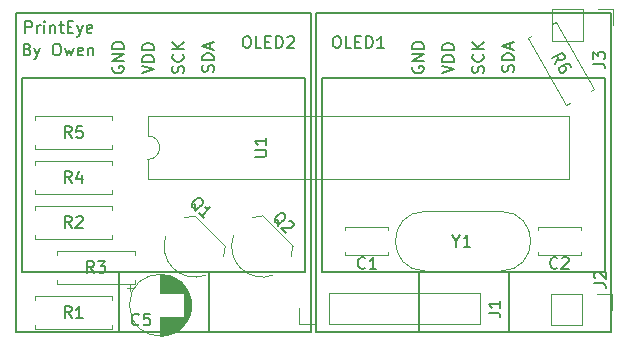
<source format=gbr>
G04 #@! TF.GenerationSoftware,KiCad,Pcbnew,5.1.4-3.fc30*
G04 #@! TF.CreationDate,2019-09-04T23:18:52+02:00*
G04 #@! TF.ProjectId,PrintEye,5072696e-7445-4796-952e-6b696361645f,rev?*
G04 #@! TF.SameCoordinates,PX7274898PY7142240*
G04 #@! TF.FileFunction,Legend,Top*
G04 #@! TF.FilePolarity,Positive*
%FSLAX46Y46*%
G04 Gerber Fmt 4.6, Leading zero omitted, Abs format (unit mm)*
G04 Created by KiCad (PCBNEW 5.1.4-3.fc30) date 2019-09-04 23:18:52*
%MOMM*%
%LPD*%
G04 APERTURE LIST*
%ADD10C,0.150000*%
%ADD11C,0.120000*%
G04 APERTURE END LIST*
D10*
X1825952Y25486429D02*
X1968809Y25438810D01*
X2016428Y25391191D01*
X2064047Y25295953D01*
X2064047Y25153096D01*
X2016428Y25057858D01*
X1968809Y25010239D01*
X1873571Y24962620D01*
X1492619Y24962620D01*
X1492619Y25962620D01*
X1825952Y25962620D01*
X1921190Y25915000D01*
X1968809Y25867381D01*
X2016428Y25772143D01*
X2016428Y25676905D01*
X1968809Y25581667D01*
X1921190Y25534048D01*
X1825952Y25486429D01*
X1492619Y25486429D01*
X2397380Y25629286D02*
X2635476Y24962620D01*
X2873571Y25629286D02*
X2635476Y24962620D01*
X2540238Y24724524D01*
X2492619Y24676905D01*
X2397380Y24629286D01*
X4206904Y25962620D02*
X4397380Y25962620D01*
X4492619Y25915000D01*
X4587857Y25819762D01*
X4635476Y25629286D01*
X4635476Y25295953D01*
X4587857Y25105477D01*
X4492619Y25010239D01*
X4397380Y24962620D01*
X4206904Y24962620D01*
X4111666Y25010239D01*
X4016428Y25105477D01*
X3968809Y25295953D01*
X3968809Y25629286D01*
X4016428Y25819762D01*
X4111666Y25915000D01*
X4206904Y25962620D01*
X4968809Y25629286D02*
X5159285Y24962620D01*
X5349761Y25438810D01*
X5540238Y24962620D01*
X5730714Y25629286D01*
X6492619Y25010239D02*
X6397380Y24962620D01*
X6206904Y24962620D01*
X6111666Y25010239D01*
X6064047Y25105477D01*
X6064047Y25486429D01*
X6111666Y25581667D01*
X6206904Y25629286D01*
X6397380Y25629286D01*
X6492619Y25581667D01*
X6540238Y25486429D01*
X6540238Y25391191D01*
X6064047Y25295953D01*
X6968809Y25629286D02*
X6968809Y24962620D01*
X6968809Y25534048D02*
X7016428Y25581667D01*
X7111666Y25629286D01*
X7254523Y25629286D01*
X7349761Y25581667D01*
X7397380Y25486429D01*
X7397380Y24962620D01*
X1635476Y26867620D02*
X1635476Y27867620D01*
X2016428Y27867620D01*
X2111666Y27820000D01*
X2159285Y27772381D01*
X2206904Y27677143D01*
X2206904Y27534286D01*
X2159285Y27439048D01*
X2111666Y27391429D01*
X2016428Y27343810D01*
X1635476Y27343810D01*
X2635476Y26867620D02*
X2635476Y27534286D01*
X2635476Y27343810D02*
X2683095Y27439048D01*
X2730714Y27486667D01*
X2825952Y27534286D01*
X2921190Y27534286D01*
X3254523Y26867620D02*
X3254523Y27534286D01*
X3254523Y27867620D02*
X3206904Y27820000D01*
X3254523Y27772381D01*
X3302142Y27820000D01*
X3254523Y27867620D01*
X3254523Y27772381D01*
X3730714Y27534286D02*
X3730714Y26867620D01*
X3730714Y27439048D02*
X3778333Y27486667D01*
X3873571Y27534286D01*
X4016428Y27534286D01*
X4111666Y27486667D01*
X4159285Y27391429D01*
X4159285Y26867620D01*
X4492619Y27534286D02*
X4873571Y27534286D01*
X4635476Y27867620D02*
X4635476Y27010477D01*
X4683095Y26915239D01*
X4778333Y26867620D01*
X4873571Y26867620D01*
X5206904Y27391429D02*
X5540238Y27391429D01*
X5683095Y26867620D02*
X5206904Y26867620D01*
X5206904Y27867620D01*
X5683095Y27867620D01*
X6016428Y27534286D02*
X6254523Y26867620D01*
X6492619Y27534286D02*
X6254523Y26867620D01*
X6159285Y26629524D01*
X6111666Y26581905D01*
X6016428Y26534286D01*
X7254523Y26915239D02*
X7159285Y26867620D01*
X6968809Y26867620D01*
X6873571Y26915239D01*
X6825952Y27010477D01*
X6825952Y27391429D01*
X6873571Y27486667D01*
X6968809Y27534286D01*
X7159285Y27534286D01*
X7254523Y27486667D01*
X7302142Y27391429D01*
X7302142Y27296191D01*
X6825952Y27200953D01*
D11*
X24770000Y2220000D02*
X24770000Y3550000D01*
X26100000Y2220000D02*
X24770000Y2220000D01*
X27370000Y2220000D02*
X27370000Y4880000D01*
X27370000Y4880000D02*
X40130000Y4880000D01*
X27370000Y2220000D02*
X40130000Y2220000D01*
X40130000Y2220000D02*
X40130000Y4880000D01*
X51430000Y28880000D02*
X51430000Y27550000D01*
X50100000Y28880000D02*
X51430000Y28880000D01*
X48830000Y28880000D02*
X48830000Y26220000D01*
X48830000Y26220000D02*
X46230000Y26220000D01*
X48830000Y28880000D02*
X46230000Y28880000D01*
X46230000Y28880000D02*
X46230000Y26220000D01*
X51330000Y4780000D02*
X51330000Y3450000D01*
X50000000Y4780000D02*
X51330000Y4780000D01*
X48730000Y4780000D02*
X48730000Y2120000D01*
X48730000Y2120000D02*
X46130000Y2120000D01*
X48730000Y4780000D02*
X46130000Y4780000D01*
X46130000Y4780000D02*
X46130000Y2120000D01*
X20849438Y11233433D02*
G75*
G02X21734304Y11376991I849511J-2437382D01*
G01*
X19255748Y9685304D02*
G75*
G03X19860471Y6957574I2443201J-889253D01*
G01*
X22588201Y6352850D02*
G75*
G02X19860471Y6957574I-889252J2443201D01*
G01*
X24136332Y7946541D02*
G75*
G03X24279889Y8831407I-2437383J849510D01*
G01*
X24279889Y8831407D02*
X21734304Y11376991D01*
X15134438Y11233433D02*
G75*
G02X16019304Y11376991I849511J-2437382D01*
G01*
X13540748Y9685304D02*
G75*
G03X14145471Y6957574I2443201J-889253D01*
G01*
X16873201Y6352850D02*
G75*
G02X14145471Y6957574I-889252J2443201D01*
G01*
X18421332Y7946541D02*
G75*
G03X18564889Y8831407I-2437383J849510D01*
G01*
X18564889Y8831407D02*
X16019304Y11376991D01*
D10*
X9525000Y6590000D02*
X9525000Y1590000D01*
X17145000Y6590000D02*
X17145000Y1590000D01*
X25335000Y6590000D02*
X25335000Y23090000D01*
X1335000Y6590000D02*
X25335000Y6590000D01*
X1335000Y23090000D02*
X1335000Y6590000D01*
X25335000Y23090000D02*
X1335000Y23090000D01*
X835000Y1590000D02*
X25835000Y1590000D01*
X835000Y28590000D02*
X835000Y1590000D01*
X25835000Y28590000D02*
X835000Y28590000D01*
X25835000Y1590000D02*
X25835000Y28590000D01*
X34925000Y6590000D02*
X34925000Y1590000D01*
X42545000Y6590000D02*
X42545000Y1590000D01*
X50735000Y6590000D02*
X50735000Y23090000D01*
X26735000Y6590000D02*
X50735000Y6590000D01*
X26735000Y23090000D02*
X26735000Y6590000D01*
X50735000Y23090000D02*
X26735000Y23090000D01*
X26235000Y1590000D02*
X51235000Y1590000D01*
X26235000Y28590000D02*
X26235000Y1590000D01*
X51235000Y28590000D02*
X26235000Y28590000D01*
X51235000Y1590000D02*
X51235000Y28590000D01*
D11*
X35495000Y11765000D02*
G75*
G03X35495000Y6715000I0J-2525000D01*
G01*
X41895000Y11765000D02*
G75*
G02X41895000Y6715000I0J-2525000D01*
G01*
X41895000Y11765000D02*
X35495000Y11765000D01*
X41895000Y6715000D02*
X35495000Y6715000D01*
X46546455Y27816460D02*
X46260666Y27651460D01*
X49816455Y22152654D02*
X46546455Y27816460D01*
X49530666Y21987654D02*
X49816455Y22152654D01*
X44173545Y26446460D02*
X44459334Y26611460D01*
X47443545Y20782654D02*
X44173545Y26446460D01*
X47729334Y20947654D02*
X47443545Y20782654D01*
X8985000Y17060000D02*
X8985000Y17390000D01*
X2445000Y17060000D02*
X8985000Y17060000D01*
X2445000Y17390000D02*
X2445000Y17060000D01*
X8985000Y19800000D02*
X8985000Y19470000D01*
X2445000Y19800000D02*
X8985000Y19800000D01*
X2445000Y19470000D02*
X2445000Y19800000D01*
X8985000Y13250000D02*
X8985000Y13580000D01*
X2445000Y13250000D02*
X8985000Y13250000D01*
X2445000Y13580000D02*
X2445000Y13250000D01*
X8985000Y15990000D02*
X8985000Y15660000D01*
X2445000Y15990000D02*
X8985000Y15990000D01*
X2445000Y15660000D02*
X2445000Y15990000D01*
X4350000Y8370000D02*
X4350000Y8040000D01*
X10890000Y8370000D02*
X4350000Y8370000D01*
X10890000Y8040000D02*
X10890000Y8370000D01*
X4350000Y5630000D02*
X4350000Y5960000D01*
X10890000Y5630000D02*
X4350000Y5630000D01*
X10890000Y5960000D02*
X10890000Y5630000D01*
X8985000Y9440000D02*
X8985000Y9770000D01*
X2445000Y9440000D02*
X8985000Y9440000D01*
X2445000Y9770000D02*
X2445000Y9440000D01*
X8985000Y12180000D02*
X8985000Y11850000D01*
X2445000Y12180000D02*
X8985000Y12180000D01*
X2445000Y11850000D02*
X2445000Y12180000D01*
X2445000Y4560000D02*
X2445000Y4230000D01*
X8985000Y4560000D02*
X2445000Y4560000D01*
X8985000Y4230000D02*
X8985000Y4560000D01*
X2445000Y1820000D02*
X2445000Y2150000D01*
X8985000Y1820000D02*
X2445000Y1820000D01*
X8985000Y2150000D02*
X8985000Y1820000D01*
X10510225Y5550000D02*
X10510225Y5050000D01*
X10260225Y5300000D02*
X10760225Y5300000D01*
X15666000Y4109000D02*
X15666000Y3541000D01*
X15626000Y4343000D02*
X15626000Y3307000D01*
X15586000Y4502000D02*
X15586000Y3148000D01*
X15546000Y4630000D02*
X15546000Y3020000D01*
X15506000Y4740000D02*
X15506000Y2910000D01*
X15466000Y4836000D02*
X15466000Y2814000D01*
X15426000Y4923000D02*
X15426000Y2727000D01*
X15386000Y5003000D02*
X15386000Y2647000D01*
X15346000Y5076000D02*
X15346000Y2574000D01*
X15306000Y5144000D02*
X15306000Y2506000D01*
X15266000Y5208000D02*
X15266000Y2442000D01*
X15226000Y5268000D02*
X15226000Y2382000D01*
X15186000Y5325000D02*
X15186000Y2325000D01*
X15146000Y5379000D02*
X15146000Y2271000D01*
X15106000Y5430000D02*
X15106000Y2220000D01*
X15066000Y2785000D02*
X15066000Y2172000D01*
X15066000Y5478000D02*
X15066000Y4865000D01*
X15026000Y2785000D02*
X15026000Y2126000D01*
X15026000Y5524000D02*
X15026000Y4865000D01*
X14986000Y2785000D02*
X14986000Y2082000D01*
X14986000Y5568000D02*
X14986000Y4865000D01*
X14946000Y2785000D02*
X14946000Y2040000D01*
X14946000Y5610000D02*
X14946000Y4865000D01*
X14906000Y2785000D02*
X14906000Y1999000D01*
X14906000Y5651000D02*
X14906000Y4865000D01*
X14866000Y2785000D02*
X14866000Y1961000D01*
X14866000Y5689000D02*
X14866000Y4865000D01*
X14826000Y2785000D02*
X14826000Y1924000D01*
X14826000Y5726000D02*
X14826000Y4865000D01*
X14786000Y2785000D02*
X14786000Y1888000D01*
X14786000Y5762000D02*
X14786000Y4865000D01*
X14746000Y2785000D02*
X14746000Y1854000D01*
X14746000Y5796000D02*
X14746000Y4865000D01*
X14706000Y2785000D02*
X14706000Y1821000D01*
X14706000Y5829000D02*
X14706000Y4865000D01*
X14666000Y2785000D02*
X14666000Y1790000D01*
X14666000Y5860000D02*
X14666000Y4865000D01*
X14626000Y2785000D02*
X14626000Y1760000D01*
X14626000Y5890000D02*
X14626000Y4865000D01*
X14586000Y2785000D02*
X14586000Y1730000D01*
X14586000Y5920000D02*
X14586000Y4865000D01*
X14546000Y2785000D02*
X14546000Y1703000D01*
X14546000Y5947000D02*
X14546000Y4865000D01*
X14506000Y2785000D02*
X14506000Y1676000D01*
X14506000Y5974000D02*
X14506000Y4865000D01*
X14466000Y2785000D02*
X14466000Y1650000D01*
X14466000Y6000000D02*
X14466000Y4865000D01*
X14426000Y2785000D02*
X14426000Y1625000D01*
X14426000Y6025000D02*
X14426000Y4865000D01*
X14386000Y2785000D02*
X14386000Y1601000D01*
X14386000Y6049000D02*
X14386000Y4865000D01*
X14346000Y2785000D02*
X14346000Y1578000D01*
X14346000Y6072000D02*
X14346000Y4865000D01*
X14306000Y2785000D02*
X14306000Y1557000D01*
X14306000Y6093000D02*
X14306000Y4865000D01*
X14266000Y2785000D02*
X14266000Y1535000D01*
X14266000Y6115000D02*
X14266000Y4865000D01*
X14226000Y2785000D02*
X14226000Y1515000D01*
X14226000Y6135000D02*
X14226000Y4865000D01*
X14186000Y2785000D02*
X14186000Y1496000D01*
X14186000Y6154000D02*
X14186000Y4865000D01*
X14146000Y2785000D02*
X14146000Y1477000D01*
X14146000Y6173000D02*
X14146000Y4865000D01*
X14106000Y2785000D02*
X14106000Y1460000D01*
X14106000Y6190000D02*
X14106000Y4865000D01*
X14066000Y2785000D02*
X14066000Y1443000D01*
X14066000Y6207000D02*
X14066000Y4865000D01*
X14026000Y2785000D02*
X14026000Y1427000D01*
X14026000Y6223000D02*
X14026000Y4865000D01*
X13986000Y2785000D02*
X13986000Y1411000D01*
X13986000Y6239000D02*
X13986000Y4865000D01*
X13946000Y2785000D02*
X13946000Y1397000D01*
X13946000Y6253000D02*
X13946000Y4865000D01*
X13906000Y2785000D02*
X13906000Y1383000D01*
X13906000Y6267000D02*
X13906000Y4865000D01*
X13866000Y2785000D02*
X13866000Y1370000D01*
X13866000Y6280000D02*
X13866000Y4865000D01*
X13826000Y2785000D02*
X13826000Y1357000D01*
X13826000Y6293000D02*
X13826000Y4865000D01*
X13786000Y2785000D02*
X13786000Y1345000D01*
X13786000Y6305000D02*
X13786000Y4865000D01*
X13745000Y2785000D02*
X13745000Y1334000D01*
X13745000Y6316000D02*
X13745000Y4865000D01*
X13705000Y2785000D02*
X13705000Y1324000D01*
X13705000Y6326000D02*
X13705000Y4865000D01*
X13665000Y2785000D02*
X13665000Y1314000D01*
X13665000Y6336000D02*
X13665000Y4865000D01*
X13625000Y2785000D02*
X13625000Y1305000D01*
X13625000Y6345000D02*
X13625000Y4865000D01*
X13585000Y2785000D02*
X13585000Y1297000D01*
X13585000Y6353000D02*
X13585000Y4865000D01*
X13545000Y2785000D02*
X13545000Y1289000D01*
X13545000Y6361000D02*
X13545000Y4865000D01*
X13505000Y2785000D02*
X13505000Y1282000D01*
X13505000Y6368000D02*
X13505000Y4865000D01*
X13465000Y2785000D02*
X13465000Y1275000D01*
X13465000Y6375000D02*
X13465000Y4865000D01*
X13425000Y2785000D02*
X13425000Y1269000D01*
X13425000Y6381000D02*
X13425000Y4865000D01*
X13385000Y2785000D02*
X13385000Y1264000D01*
X13385000Y6386000D02*
X13385000Y4865000D01*
X13345000Y2785000D02*
X13345000Y1260000D01*
X13345000Y6390000D02*
X13345000Y4865000D01*
X13305000Y2785000D02*
X13305000Y1256000D01*
X13305000Y6394000D02*
X13305000Y4865000D01*
X13265000Y2785000D02*
X13265000Y1252000D01*
X13265000Y6398000D02*
X13265000Y4865000D01*
X13225000Y2785000D02*
X13225000Y1249000D01*
X13225000Y6401000D02*
X13225000Y4865000D01*
X13185000Y2785000D02*
X13185000Y1247000D01*
X13185000Y6403000D02*
X13185000Y4865000D01*
X13145000Y2785000D02*
X13145000Y1246000D01*
X13145000Y6404000D02*
X13145000Y4865000D01*
X13105000Y6405000D02*
X13105000Y4865000D01*
X13105000Y2785000D02*
X13105000Y1245000D01*
X13065000Y6405000D02*
X13065000Y4865000D01*
X13065000Y2785000D02*
X13065000Y1245000D01*
X15685000Y3825000D02*
G75*
G03X15685000Y3825000I-2620000J0D01*
G01*
X45050000Y10165000D02*
X45050000Y10410000D01*
X45050000Y8070000D02*
X45050000Y8315000D01*
X48690000Y10165000D02*
X48690000Y10410000D01*
X48690000Y8070000D02*
X48690000Y8315000D01*
X48690000Y10410000D02*
X45050000Y10410000D01*
X48690000Y8070000D02*
X45050000Y8070000D01*
X32370000Y8315000D02*
X32370000Y8070000D01*
X32370000Y10410000D02*
X32370000Y10165000D01*
X28730000Y8315000D02*
X28730000Y8070000D01*
X28730000Y10410000D02*
X28730000Y10165000D01*
X28730000Y8070000D02*
X32370000Y8070000D01*
X28730000Y10410000D02*
X32370000Y10410000D01*
X12005000Y19810000D02*
X12005000Y18160000D01*
X47685000Y19810000D02*
X12005000Y19810000D01*
X47685000Y14510000D02*
X47685000Y19810000D01*
X12005000Y14510000D02*
X47685000Y14510000D01*
X12005000Y16160000D02*
X12005000Y14510000D01*
X12005000Y18160000D02*
G75*
G02X12005000Y16160000I0J-1000000D01*
G01*
D10*
X40852380Y3166667D02*
X41566666Y3166667D01*
X41709523Y3119048D01*
X41804761Y3023810D01*
X41852380Y2880953D01*
X41852380Y2785715D01*
X41852380Y4166667D02*
X41852380Y3595239D01*
X41852380Y3880953D02*
X40852380Y3880953D01*
X40995238Y3785715D01*
X41090476Y3690477D01*
X41138095Y3595239D01*
X49702380Y24266667D02*
X50416666Y24266667D01*
X50559523Y24219048D01*
X50654761Y24123810D01*
X50702380Y23980953D01*
X50702380Y23885715D01*
X49702380Y24647620D02*
X49702380Y25266667D01*
X50083333Y24933334D01*
X50083333Y25076191D01*
X50130952Y25171429D01*
X50178571Y25219048D01*
X50273809Y25266667D01*
X50511904Y25266667D01*
X50607142Y25219048D01*
X50654761Y25171429D01*
X50702380Y25076191D01*
X50702380Y24790477D01*
X50654761Y24695239D01*
X50607142Y24647620D01*
X49802380Y5666667D02*
X50516666Y5666667D01*
X50659523Y5619048D01*
X50754761Y5523810D01*
X50802380Y5380953D01*
X50802380Y5285715D01*
X49897619Y6095239D02*
X49850000Y6142858D01*
X49802380Y6238096D01*
X49802380Y6476191D01*
X49850000Y6571429D01*
X49897619Y6619048D01*
X49992857Y6666667D01*
X50088095Y6666667D01*
X50230952Y6619048D01*
X50802380Y6047620D01*
X50802380Y6666667D01*
X23040431Y10490119D02*
X23006759Y10591134D01*
X23006759Y10725821D01*
X23006759Y10927852D01*
X22973087Y11028867D01*
X22905744Y11096210D01*
X22771057Y10894180D02*
X22737385Y10995195D01*
X22737385Y11129882D01*
X22838400Y11298241D01*
X23074103Y11533943D01*
X23242461Y11634958D01*
X23377148Y11634958D01*
X23478164Y11601287D01*
X23612851Y11466600D01*
X23646522Y11365584D01*
X23646522Y11230897D01*
X23545507Y11062539D01*
X23309805Y10826836D01*
X23141446Y10725821D01*
X23006759Y10725821D01*
X22905744Y10759493D01*
X22771057Y10894180D01*
X23983240Y10961523D02*
X24050583Y10961523D01*
X24151599Y10927852D01*
X24319957Y10759493D01*
X24353629Y10658478D01*
X24353629Y10591134D01*
X24319957Y10490119D01*
X24252614Y10422775D01*
X24117927Y10355432D01*
X23309805Y10355432D01*
X23747538Y9917699D01*
X16055431Y11760119D02*
X16021759Y11861134D01*
X16021759Y11995821D01*
X16021759Y12197852D01*
X15988087Y12298867D01*
X15920744Y12366210D01*
X15786057Y12164180D02*
X15752385Y12265195D01*
X15752385Y12399882D01*
X15853400Y12568241D01*
X16089103Y12803943D01*
X16257461Y12904958D01*
X16392148Y12904958D01*
X16493164Y12871287D01*
X16627851Y12736600D01*
X16661522Y12635584D01*
X16661522Y12500897D01*
X16560507Y12332539D01*
X16324805Y12096836D01*
X16156446Y11995821D01*
X16021759Y11995821D01*
X15920744Y12029493D01*
X15786057Y12164180D01*
X16762538Y11187699D02*
X16358477Y11591760D01*
X16560507Y11389730D02*
X17267614Y12096836D01*
X17099255Y12063165D01*
X16964568Y12063165D01*
X16863553Y12096836D01*
X20296428Y26597620D02*
X20486904Y26597620D01*
X20582142Y26550000D01*
X20677380Y26454762D01*
X20725000Y26264286D01*
X20725000Y25930953D01*
X20677380Y25740477D01*
X20582142Y25645239D01*
X20486904Y25597620D01*
X20296428Y25597620D01*
X20201190Y25645239D01*
X20105952Y25740477D01*
X20058333Y25930953D01*
X20058333Y26264286D01*
X20105952Y26454762D01*
X20201190Y26550000D01*
X20296428Y26597620D01*
X21629761Y25597620D02*
X21153571Y25597620D01*
X21153571Y26597620D01*
X21963095Y26121429D02*
X22296428Y26121429D01*
X22439285Y25597620D02*
X21963095Y25597620D01*
X21963095Y26597620D01*
X22439285Y26597620D01*
X22867857Y25597620D02*
X22867857Y26597620D01*
X23105952Y26597620D01*
X23248809Y26550000D01*
X23344047Y26454762D01*
X23391666Y26359524D01*
X23439285Y26169048D01*
X23439285Y26026191D01*
X23391666Y25835715D01*
X23344047Y25740477D01*
X23248809Y25645239D01*
X23105952Y25597620D01*
X22867857Y25597620D01*
X23820238Y26502381D02*
X23867857Y26550000D01*
X23963095Y26597620D01*
X24201190Y26597620D01*
X24296428Y26550000D01*
X24344047Y26502381D01*
X24391666Y26407143D01*
X24391666Y26311905D01*
X24344047Y26169048D01*
X23772619Y25597620D01*
X24391666Y25597620D01*
X17549761Y23565715D02*
X17597380Y23708572D01*
X17597380Y23946667D01*
X17549761Y24041905D01*
X17502142Y24089524D01*
X17406904Y24137143D01*
X17311666Y24137143D01*
X17216428Y24089524D01*
X17168809Y24041905D01*
X17121190Y23946667D01*
X17073571Y23756191D01*
X17025952Y23660953D01*
X16978333Y23613334D01*
X16883095Y23565715D01*
X16787857Y23565715D01*
X16692619Y23613334D01*
X16645000Y23660953D01*
X16597380Y23756191D01*
X16597380Y23994286D01*
X16645000Y24137143D01*
X17597380Y24565715D02*
X16597380Y24565715D01*
X16597380Y24803810D01*
X16645000Y24946667D01*
X16740238Y25041905D01*
X16835476Y25089524D01*
X17025952Y25137143D01*
X17168809Y25137143D01*
X17359285Y25089524D01*
X17454523Y25041905D01*
X17549761Y24946667D01*
X17597380Y24803810D01*
X17597380Y24565715D01*
X17311666Y25518096D02*
X17311666Y25994286D01*
X17597380Y25422858D02*
X16597380Y25756191D01*
X17597380Y26089524D01*
X15009761Y23494286D02*
X15057380Y23637143D01*
X15057380Y23875239D01*
X15009761Y23970477D01*
X14962142Y24018096D01*
X14866904Y24065715D01*
X14771666Y24065715D01*
X14676428Y24018096D01*
X14628809Y23970477D01*
X14581190Y23875239D01*
X14533571Y23684762D01*
X14485952Y23589524D01*
X14438333Y23541905D01*
X14343095Y23494286D01*
X14247857Y23494286D01*
X14152619Y23541905D01*
X14105000Y23589524D01*
X14057380Y23684762D01*
X14057380Y23922858D01*
X14105000Y24065715D01*
X14962142Y25065715D02*
X15009761Y25018096D01*
X15057380Y24875239D01*
X15057380Y24780000D01*
X15009761Y24637143D01*
X14914523Y24541905D01*
X14819285Y24494286D01*
X14628809Y24446667D01*
X14485952Y24446667D01*
X14295476Y24494286D01*
X14200238Y24541905D01*
X14105000Y24637143D01*
X14057380Y24780000D01*
X14057380Y24875239D01*
X14105000Y25018096D01*
X14152619Y25065715D01*
X15057380Y25494286D02*
X14057380Y25494286D01*
X15057380Y26065715D02*
X14485952Y25637143D01*
X14057380Y26065715D02*
X14628809Y25494286D01*
X11517380Y23446667D02*
X12517380Y23780000D01*
X11517380Y24113334D01*
X12517380Y24446667D02*
X11517380Y24446667D01*
X11517380Y24684762D01*
X11565000Y24827620D01*
X11660238Y24922858D01*
X11755476Y24970477D01*
X11945952Y25018096D01*
X12088809Y25018096D01*
X12279285Y24970477D01*
X12374523Y24922858D01*
X12469761Y24827620D01*
X12517380Y24684762D01*
X12517380Y24446667D01*
X12517380Y25446667D02*
X11517380Y25446667D01*
X11517380Y25684762D01*
X11565000Y25827620D01*
X11660238Y25922858D01*
X11755476Y25970477D01*
X11945952Y26018096D01*
X12088809Y26018096D01*
X12279285Y25970477D01*
X12374523Y25922858D01*
X12469761Y25827620D01*
X12517380Y25684762D01*
X12517380Y25446667D01*
X9025000Y24018096D02*
X8977380Y23922858D01*
X8977380Y23780000D01*
X9025000Y23637143D01*
X9120238Y23541905D01*
X9215476Y23494286D01*
X9405952Y23446667D01*
X9548809Y23446667D01*
X9739285Y23494286D01*
X9834523Y23541905D01*
X9929761Y23637143D01*
X9977380Y23780000D01*
X9977380Y23875239D01*
X9929761Y24018096D01*
X9882142Y24065715D01*
X9548809Y24065715D01*
X9548809Y23875239D01*
X9977380Y24494286D02*
X8977380Y24494286D01*
X9977380Y25065715D01*
X8977380Y25065715D01*
X9977380Y25541905D02*
X8977380Y25541905D01*
X8977380Y25780000D01*
X9025000Y25922858D01*
X9120238Y26018096D01*
X9215476Y26065715D01*
X9405952Y26113334D01*
X9548809Y26113334D01*
X9739285Y26065715D01*
X9834523Y26018096D01*
X9929761Y25922858D01*
X9977380Y25780000D01*
X9977380Y25541905D01*
X27916428Y26597620D02*
X28106904Y26597620D01*
X28202142Y26550000D01*
X28297380Y26454762D01*
X28345000Y26264286D01*
X28345000Y25930953D01*
X28297380Y25740477D01*
X28202142Y25645239D01*
X28106904Y25597620D01*
X27916428Y25597620D01*
X27821190Y25645239D01*
X27725952Y25740477D01*
X27678333Y25930953D01*
X27678333Y26264286D01*
X27725952Y26454762D01*
X27821190Y26550000D01*
X27916428Y26597620D01*
X29249761Y25597620D02*
X28773571Y25597620D01*
X28773571Y26597620D01*
X29583095Y26121429D02*
X29916428Y26121429D01*
X30059285Y25597620D02*
X29583095Y25597620D01*
X29583095Y26597620D01*
X30059285Y26597620D01*
X30487857Y25597620D02*
X30487857Y26597620D01*
X30725952Y26597620D01*
X30868809Y26550000D01*
X30964047Y26454762D01*
X31011666Y26359524D01*
X31059285Y26169048D01*
X31059285Y26026191D01*
X31011666Y25835715D01*
X30964047Y25740477D01*
X30868809Y25645239D01*
X30725952Y25597620D01*
X30487857Y25597620D01*
X32011666Y25597620D02*
X31440238Y25597620D01*
X31725952Y25597620D02*
X31725952Y26597620D01*
X31630714Y26454762D01*
X31535476Y26359524D01*
X31440238Y26311905D01*
X42949761Y23565715D02*
X42997380Y23708572D01*
X42997380Y23946667D01*
X42949761Y24041905D01*
X42902142Y24089524D01*
X42806904Y24137143D01*
X42711666Y24137143D01*
X42616428Y24089524D01*
X42568809Y24041905D01*
X42521190Y23946667D01*
X42473571Y23756191D01*
X42425952Y23660953D01*
X42378333Y23613334D01*
X42283095Y23565715D01*
X42187857Y23565715D01*
X42092619Y23613334D01*
X42045000Y23660953D01*
X41997380Y23756191D01*
X41997380Y23994286D01*
X42045000Y24137143D01*
X42997380Y24565715D02*
X41997380Y24565715D01*
X41997380Y24803810D01*
X42045000Y24946667D01*
X42140238Y25041905D01*
X42235476Y25089524D01*
X42425952Y25137143D01*
X42568809Y25137143D01*
X42759285Y25089524D01*
X42854523Y25041905D01*
X42949761Y24946667D01*
X42997380Y24803810D01*
X42997380Y24565715D01*
X42711666Y25518096D02*
X42711666Y25994286D01*
X42997380Y25422858D02*
X41997380Y25756191D01*
X42997380Y26089524D01*
X40409761Y23494286D02*
X40457380Y23637143D01*
X40457380Y23875239D01*
X40409761Y23970477D01*
X40362142Y24018096D01*
X40266904Y24065715D01*
X40171666Y24065715D01*
X40076428Y24018096D01*
X40028809Y23970477D01*
X39981190Y23875239D01*
X39933571Y23684762D01*
X39885952Y23589524D01*
X39838333Y23541905D01*
X39743095Y23494286D01*
X39647857Y23494286D01*
X39552619Y23541905D01*
X39505000Y23589524D01*
X39457380Y23684762D01*
X39457380Y23922858D01*
X39505000Y24065715D01*
X40362142Y25065715D02*
X40409761Y25018096D01*
X40457380Y24875239D01*
X40457380Y24780000D01*
X40409761Y24637143D01*
X40314523Y24541905D01*
X40219285Y24494286D01*
X40028809Y24446667D01*
X39885952Y24446667D01*
X39695476Y24494286D01*
X39600238Y24541905D01*
X39505000Y24637143D01*
X39457380Y24780000D01*
X39457380Y24875239D01*
X39505000Y25018096D01*
X39552619Y25065715D01*
X40457380Y25494286D02*
X39457380Y25494286D01*
X40457380Y26065715D02*
X39885952Y25637143D01*
X39457380Y26065715D02*
X40028809Y25494286D01*
X36917380Y23446667D02*
X37917380Y23780000D01*
X36917380Y24113334D01*
X37917380Y24446667D02*
X36917380Y24446667D01*
X36917380Y24684762D01*
X36965000Y24827620D01*
X37060238Y24922858D01*
X37155476Y24970477D01*
X37345952Y25018096D01*
X37488809Y25018096D01*
X37679285Y24970477D01*
X37774523Y24922858D01*
X37869761Y24827620D01*
X37917380Y24684762D01*
X37917380Y24446667D01*
X37917380Y25446667D02*
X36917380Y25446667D01*
X36917380Y25684762D01*
X36965000Y25827620D01*
X37060238Y25922858D01*
X37155476Y25970477D01*
X37345952Y26018096D01*
X37488809Y26018096D01*
X37679285Y25970477D01*
X37774523Y25922858D01*
X37869761Y25827620D01*
X37917380Y25684762D01*
X37917380Y25446667D01*
X34425000Y24018096D02*
X34377380Y23922858D01*
X34377380Y23780000D01*
X34425000Y23637143D01*
X34520238Y23541905D01*
X34615476Y23494286D01*
X34805952Y23446667D01*
X34948809Y23446667D01*
X35139285Y23494286D01*
X35234523Y23541905D01*
X35329761Y23637143D01*
X35377380Y23780000D01*
X35377380Y23875239D01*
X35329761Y24018096D01*
X35282142Y24065715D01*
X34948809Y24065715D01*
X34948809Y23875239D01*
X35377380Y24494286D02*
X34377380Y24494286D01*
X35377380Y25065715D01*
X34377380Y25065715D01*
X35377380Y25541905D02*
X34377380Y25541905D01*
X34377380Y25780000D01*
X34425000Y25922858D01*
X34520238Y26018096D01*
X34615476Y26065715D01*
X34805952Y26113334D01*
X34948809Y26113334D01*
X35139285Y26065715D01*
X35234523Y26018096D01*
X35329761Y25922858D01*
X35377380Y25780000D01*
X35377380Y25541905D01*
X38118809Y9263810D02*
X38118809Y8787620D01*
X37785476Y9787620D02*
X38118809Y9263810D01*
X38452142Y9787620D01*
X39309285Y8787620D02*
X38737857Y8787620D01*
X39023571Y8787620D02*
X39023571Y9787620D01*
X38928333Y9644762D01*
X38833095Y9549524D01*
X38737857Y9501905D01*
X46519893Y24217705D02*
X46765619Y24744475D01*
X46234178Y24712576D02*
X47100204Y25212576D01*
X47290680Y24882662D01*
X47297060Y24776374D01*
X47279630Y24711325D01*
X47220961Y24622466D01*
X47097243Y24551038D01*
X46990955Y24544658D01*
X46925906Y24562088D01*
X46837048Y24620757D01*
X46646572Y24950671D01*
X47814490Y23975397D02*
X47719252Y24140354D01*
X47630393Y24199023D01*
X47565344Y24216453D01*
X47394007Y24227503D01*
X47205241Y24173504D01*
X46875326Y23983028D01*
X46816657Y23894170D01*
X46799227Y23829121D01*
X46805607Y23722833D01*
X46900845Y23557876D01*
X46989704Y23499207D01*
X47054752Y23481777D01*
X47161040Y23488157D01*
X47367237Y23607204D01*
X47425906Y23696063D01*
X47443336Y23761111D01*
X47436956Y23867400D01*
X47341718Y24032357D01*
X47252860Y24091026D01*
X47187811Y24108456D01*
X47081523Y24102076D01*
X5548333Y17977620D02*
X5215000Y18453810D01*
X4976904Y17977620D02*
X4976904Y18977620D01*
X5357857Y18977620D01*
X5453095Y18930000D01*
X5500714Y18882381D01*
X5548333Y18787143D01*
X5548333Y18644286D01*
X5500714Y18549048D01*
X5453095Y18501429D01*
X5357857Y18453810D01*
X4976904Y18453810D01*
X6453095Y18977620D02*
X5976904Y18977620D01*
X5929285Y18501429D01*
X5976904Y18549048D01*
X6072142Y18596667D01*
X6310238Y18596667D01*
X6405476Y18549048D01*
X6453095Y18501429D01*
X6500714Y18406191D01*
X6500714Y18168096D01*
X6453095Y18072858D01*
X6405476Y18025239D01*
X6310238Y17977620D01*
X6072142Y17977620D01*
X5976904Y18025239D01*
X5929285Y18072858D01*
X5548333Y14167620D02*
X5215000Y14643810D01*
X4976904Y14167620D02*
X4976904Y15167620D01*
X5357857Y15167620D01*
X5453095Y15120000D01*
X5500714Y15072381D01*
X5548333Y14977143D01*
X5548333Y14834286D01*
X5500714Y14739048D01*
X5453095Y14691429D01*
X5357857Y14643810D01*
X4976904Y14643810D01*
X6405476Y14834286D02*
X6405476Y14167620D01*
X6167380Y15215239D02*
X5929285Y14500953D01*
X6548333Y14500953D01*
X7453333Y6547620D02*
X7120000Y7023810D01*
X6881904Y6547620D02*
X6881904Y7547620D01*
X7262857Y7547620D01*
X7358095Y7500000D01*
X7405714Y7452381D01*
X7453333Y7357143D01*
X7453333Y7214286D01*
X7405714Y7119048D01*
X7358095Y7071429D01*
X7262857Y7023810D01*
X6881904Y7023810D01*
X7786666Y7547620D02*
X8405714Y7547620D01*
X8072380Y7166667D01*
X8215238Y7166667D01*
X8310476Y7119048D01*
X8358095Y7071429D01*
X8405714Y6976191D01*
X8405714Y6738096D01*
X8358095Y6642858D01*
X8310476Y6595239D01*
X8215238Y6547620D01*
X7929523Y6547620D01*
X7834285Y6595239D01*
X7786666Y6642858D01*
X5548333Y10357620D02*
X5215000Y10833810D01*
X4976904Y10357620D02*
X4976904Y11357620D01*
X5357857Y11357620D01*
X5453095Y11310000D01*
X5500714Y11262381D01*
X5548333Y11167143D01*
X5548333Y11024286D01*
X5500714Y10929048D01*
X5453095Y10881429D01*
X5357857Y10833810D01*
X4976904Y10833810D01*
X5929285Y11262381D02*
X5976904Y11310000D01*
X6072142Y11357620D01*
X6310238Y11357620D01*
X6405476Y11310000D01*
X6453095Y11262381D01*
X6500714Y11167143D01*
X6500714Y11071905D01*
X6453095Y10929048D01*
X5881666Y10357620D01*
X6500714Y10357620D01*
X5548333Y2737620D02*
X5215000Y3213810D01*
X4976904Y2737620D02*
X4976904Y3737620D01*
X5357857Y3737620D01*
X5453095Y3690000D01*
X5500714Y3642381D01*
X5548333Y3547143D01*
X5548333Y3404286D01*
X5500714Y3309048D01*
X5453095Y3261429D01*
X5357857Y3213810D01*
X4976904Y3213810D01*
X6500714Y2737620D02*
X5929285Y2737620D01*
X6215000Y2737620D02*
X6215000Y3737620D01*
X6119761Y3594762D01*
X6024523Y3499524D01*
X5929285Y3451905D01*
X11263333Y2197858D02*
X11215714Y2150239D01*
X11072857Y2102620D01*
X10977619Y2102620D01*
X10834761Y2150239D01*
X10739523Y2245477D01*
X10691904Y2340715D01*
X10644285Y2531191D01*
X10644285Y2674048D01*
X10691904Y2864524D01*
X10739523Y2959762D01*
X10834761Y3055000D01*
X10977619Y3102620D01*
X11072857Y3102620D01*
X11215714Y3055000D01*
X11263333Y3007381D01*
X12168095Y3102620D02*
X11691904Y3102620D01*
X11644285Y2626429D01*
X11691904Y2674048D01*
X11787142Y2721667D01*
X12025238Y2721667D01*
X12120476Y2674048D01*
X12168095Y2626429D01*
X12215714Y2531191D01*
X12215714Y2293096D01*
X12168095Y2197858D01*
X12120476Y2150239D01*
X12025238Y2102620D01*
X11787142Y2102620D01*
X11691904Y2150239D01*
X11644285Y2197858D01*
X46683333Y6977858D02*
X46635714Y6930239D01*
X46492857Y6882620D01*
X46397619Y6882620D01*
X46254761Y6930239D01*
X46159523Y7025477D01*
X46111904Y7120715D01*
X46064285Y7311191D01*
X46064285Y7454048D01*
X46111904Y7644524D01*
X46159523Y7739762D01*
X46254761Y7835000D01*
X46397619Y7882620D01*
X46492857Y7882620D01*
X46635714Y7835000D01*
X46683333Y7787381D01*
X47064285Y7787381D02*
X47111904Y7835000D01*
X47207142Y7882620D01*
X47445238Y7882620D01*
X47540476Y7835000D01*
X47588095Y7787381D01*
X47635714Y7692143D01*
X47635714Y7596905D01*
X47588095Y7454048D01*
X47016666Y6882620D01*
X47635714Y6882620D01*
X30403333Y6977858D02*
X30355714Y6930239D01*
X30212857Y6882620D01*
X30117619Y6882620D01*
X29974761Y6930239D01*
X29879523Y7025477D01*
X29831904Y7120715D01*
X29784285Y7311191D01*
X29784285Y7454048D01*
X29831904Y7644524D01*
X29879523Y7739762D01*
X29974761Y7835000D01*
X30117619Y7882620D01*
X30212857Y7882620D01*
X30355714Y7835000D01*
X30403333Y7787381D01*
X31355714Y6882620D02*
X30784285Y6882620D01*
X31070000Y6882620D02*
X31070000Y7882620D01*
X30974761Y7739762D01*
X30879523Y7644524D01*
X30784285Y7596905D01*
X21042380Y16398096D02*
X21851904Y16398096D01*
X21947142Y16445715D01*
X21994761Y16493334D01*
X22042380Y16588572D01*
X22042380Y16779048D01*
X21994761Y16874286D01*
X21947142Y16921905D01*
X21851904Y16969524D01*
X21042380Y16969524D01*
X22042380Y17969524D02*
X22042380Y17398096D01*
X22042380Y17683810D02*
X21042380Y17683810D01*
X21185238Y17588572D01*
X21280476Y17493334D01*
X21328095Y17398096D01*
M02*

</source>
